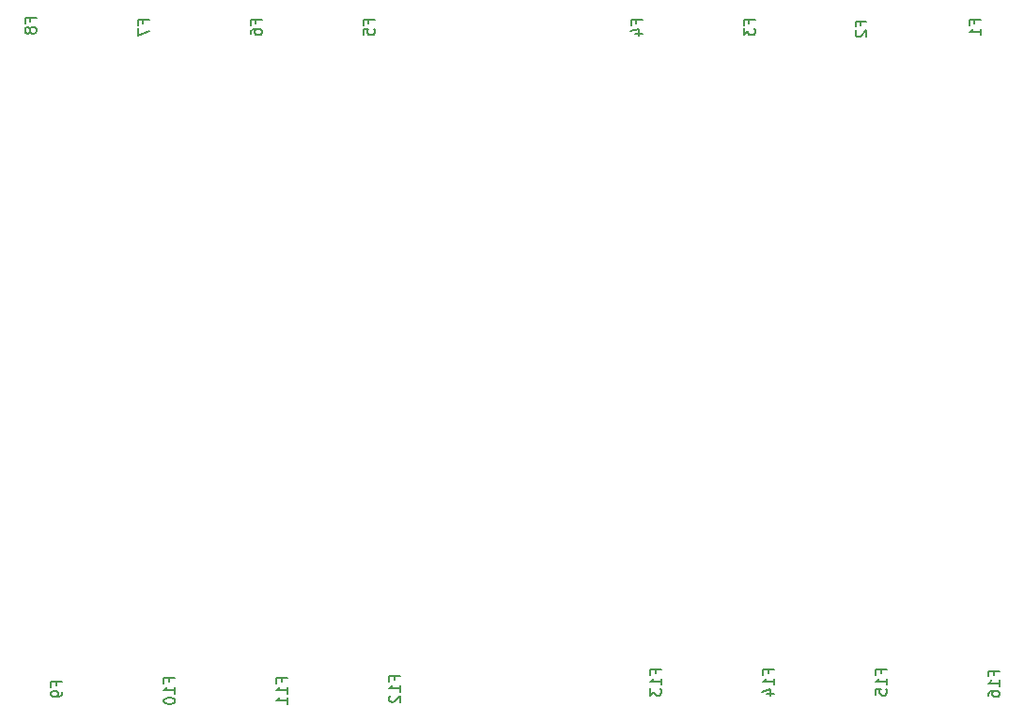
<source format=gbr>
%TF.GenerationSoftware,KiCad,Pcbnew,8.0.5*%
%TF.CreationDate,2024-10-15T20:37:23+02:00*%
%TF.ProjectId,LED_16x24V_REG4_VERSION_B,4c45445f-3136-4783-9234-565f52454734,rev?*%
%TF.SameCoordinates,Original*%
%TF.FileFunction,Legend,Bot*%
%TF.FilePolarity,Positive*%
%FSLAX46Y46*%
G04 Gerber Fmt 4.6, Leading zero omitted, Abs format (unit mm)*
G04 Created by KiCad (PCBNEW 8.0.5) date 2024-10-15 20:37:23*
%MOMM*%
%LPD*%
G01*
G04 APERTURE LIST*
%ADD10C,0.150000*%
G04 APERTURE END LIST*
D10*
X124291009Y-130150476D02*
X124291009Y-129817143D01*
X124814819Y-129817143D02*
X123814819Y-129817143D01*
X123814819Y-129817143D02*
X123814819Y-130293333D01*
X124814819Y-131198095D02*
X124814819Y-130626667D01*
X124814819Y-130912381D02*
X123814819Y-130912381D01*
X123814819Y-130912381D02*
X123957676Y-130817143D01*
X123957676Y-130817143D02*
X124052914Y-130721905D01*
X124052914Y-130721905D02*
X124100533Y-130626667D01*
X124814819Y-132150476D02*
X124814819Y-131579048D01*
X124814819Y-131864762D02*
X123814819Y-131864762D01*
X123814819Y-131864762D02*
X123957676Y-131769524D01*
X123957676Y-131769524D02*
X124052914Y-131674286D01*
X124052914Y-131674286D02*
X124100533Y-131579048D01*
X178266009Y-129365476D02*
X178266009Y-129032143D01*
X178789819Y-129032143D02*
X177789819Y-129032143D01*
X177789819Y-129032143D02*
X177789819Y-129508333D01*
X178789819Y-130413095D02*
X178789819Y-129841667D01*
X178789819Y-130127381D02*
X177789819Y-130127381D01*
X177789819Y-130127381D02*
X177932676Y-130032143D01*
X177932676Y-130032143D02*
X178027914Y-129936905D01*
X178027914Y-129936905D02*
X178075533Y-129841667D01*
X177789819Y-131317857D02*
X177789819Y-130841667D01*
X177789819Y-130841667D02*
X178266009Y-130794048D01*
X178266009Y-130794048D02*
X178218390Y-130841667D01*
X178218390Y-130841667D02*
X178170771Y-130936905D01*
X178170771Y-130936905D02*
X178170771Y-131175000D01*
X178170771Y-131175000D02*
X178218390Y-131270238D01*
X178218390Y-131270238D02*
X178266009Y-131317857D01*
X178266009Y-131317857D02*
X178361247Y-131365476D01*
X178361247Y-131365476D02*
X178599342Y-131365476D01*
X178599342Y-131365476D02*
X178694580Y-131317857D01*
X178694580Y-131317857D02*
X178742200Y-131270238D01*
X178742200Y-131270238D02*
X178789819Y-131175000D01*
X178789819Y-131175000D02*
X178789819Y-130936905D01*
X178789819Y-130936905D02*
X178742200Y-130841667D01*
X178742200Y-130841667D02*
X178694580Y-130794048D01*
X186721009Y-70786666D02*
X186721009Y-70453333D01*
X187244819Y-70453333D02*
X186244819Y-70453333D01*
X186244819Y-70453333D02*
X186244819Y-70929523D01*
X187244819Y-71834285D02*
X187244819Y-71262857D01*
X187244819Y-71548571D02*
X186244819Y-71548571D01*
X186244819Y-71548571D02*
X186387676Y-71453333D01*
X186387676Y-71453333D02*
X186482914Y-71358095D01*
X186482914Y-71358095D02*
X186530533Y-71262857D01*
X168106009Y-129365476D02*
X168106009Y-129032143D01*
X168629819Y-129032143D02*
X167629819Y-129032143D01*
X167629819Y-129032143D02*
X167629819Y-129508333D01*
X168629819Y-130413095D02*
X168629819Y-129841667D01*
X168629819Y-130127381D02*
X167629819Y-130127381D01*
X167629819Y-130127381D02*
X167772676Y-130032143D01*
X167772676Y-130032143D02*
X167867914Y-129936905D01*
X167867914Y-129936905D02*
X167915533Y-129841667D01*
X167963152Y-131270238D02*
X168629819Y-131270238D01*
X167582200Y-131032143D02*
X168296485Y-130794048D01*
X168296485Y-130794048D02*
X168296485Y-131413095D01*
X103971009Y-130476666D02*
X103971009Y-130143333D01*
X104494819Y-130143333D02*
X103494819Y-130143333D01*
X103494819Y-130143333D02*
X103494819Y-130619523D01*
X104494819Y-131048095D02*
X104494819Y-131238571D01*
X104494819Y-131238571D02*
X104447200Y-131333809D01*
X104447200Y-131333809D02*
X104399580Y-131381428D01*
X104399580Y-131381428D02*
X104256723Y-131476666D01*
X104256723Y-131476666D02*
X104066247Y-131524285D01*
X104066247Y-131524285D02*
X103685295Y-131524285D01*
X103685295Y-131524285D02*
X103590057Y-131476666D01*
X103590057Y-131476666D02*
X103542438Y-131429047D01*
X103542438Y-131429047D02*
X103494819Y-131333809D01*
X103494819Y-131333809D02*
X103494819Y-131143333D01*
X103494819Y-131143333D02*
X103542438Y-131048095D01*
X103542438Y-131048095D02*
X103590057Y-131000476D01*
X103590057Y-131000476D02*
X103685295Y-130952857D01*
X103685295Y-130952857D02*
X103923390Y-130952857D01*
X103923390Y-130952857D02*
X104018628Y-131000476D01*
X104018628Y-131000476D02*
X104066247Y-131048095D01*
X104066247Y-131048095D02*
X104113866Y-131143333D01*
X104113866Y-131143333D02*
X104113866Y-131333809D01*
X104113866Y-131333809D02*
X104066247Y-131429047D01*
X104066247Y-131429047D02*
X104018628Y-131476666D01*
X104018628Y-131476666D02*
X103923390Y-131524285D01*
X101631009Y-70636666D02*
X101631009Y-70303333D01*
X102154819Y-70303333D02*
X101154819Y-70303333D01*
X101154819Y-70303333D02*
X101154819Y-70779523D01*
X101583390Y-71303333D02*
X101535771Y-71208095D01*
X101535771Y-71208095D02*
X101488152Y-71160476D01*
X101488152Y-71160476D02*
X101392914Y-71112857D01*
X101392914Y-71112857D02*
X101345295Y-71112857D01*
X101345295Y-71112857D02*
X101250057Y-71160476D01*
X101250057Y-71160476D02*
X101202438Y-71208095D01*
X101202438Y-71208095D02*
X101154819Y-71303333D01*
X101154819Y-71303333D02*
X101154819Y-71493809D01*
X101154819Y-71493809D02*
X101202438Y-71589047D01*
X101202438Y-71589047D02*
X101250057Y-71636666D01*
X101250057Y-71636666D02*
X101345295Y-71684285D01*
X101345295Y-71684285D02*
X101392914Y-71684285D01*
X101392914Y-71684285D02*
X101488152Y-71636666D01*
X101488152Y-71636666D02*
X101535771Y-71589047D01*
X101535771Y-71589047D02*
X101583390Y-71493809D01*
X101583390Y-71493809D02*
X101583390Y-71303333D01*
X101583390Y-71303333D02*
X101631009Y-71208095D01*
X101631009Y-71208095D02*
X101678628Y-71160476D01*
X101678628Y-71160476D02*
X101773866Y-71112857D01*
X101773866Y-71112857D02*
X101964342Y-71112857D01*
X101964342Y-71112857D02*
X102059580Y-71160476D01*
X102059580Y-71160476D02*
X102107200Y-71208095D01*
X102107200Y-71208095D02*
X102154819Y-71303333D01*
X102154819Y-71303333D02*
X102154819Y-71493809D01*
X102154819Y-71493809D02*
X102107200Y-71589047D01*
X102107200Y-71589047D02*
X102059580Y-71636666D01*
X102059580Y-71636666D02*
X101964342Y-71684285D01*
X101964342Y-71684285D02*
X101773866Y-71684285D01*
X101773866Y-71684285D02*
X101678628Y-71636666D01*
X101678628Y-71636666D02*
X101631009Y-71589047D01*
X101631009Y-71589047D02*
X101583390Y-71493809D01*
X166401009Y-70786666D02*
X166401009Y-70453333D01*
X166924819Y-70453333D02*
X165924819Y-70453333D01*
X165924819Y-70453333D02*
X165924819Y-70929523D01*
X165924819Y-71215238D02*
X165924819Y-71834285D01*
X165924819Y-71834285D02*
X166305771Y-71500952D01*
X166305771Y-71500952D02*
X166305771Y-71643809D01*
X166305771Y-71643809D02*
X166353390Y-71739047D01*
X166353390Y-71739047D02*
X166401009Y-71786666D01*
X166401009Y-71786666D02*
X166496247Y-71834285D01*
X166496247Y-71834285D02*
X166734342Y-71834285D01*
X166734342Y-71834285D02*
X166829580Y-71786666D01*
X166829580Y-71786666D02*
X166877200Y-71739047D01*
X166877200Y-71739047D02*
X166924819Y-71643809D01*
X166924819Y-71643809D02*
X166924819Y-71358095D01*
X166924819Y-71358095D02*
X166877200Y-71262857D01*
X166877200Y-71262857D02*
X166829580Y-71215238D01*
X114131009Y-130150476D02*
X114131009Y-129817143D01*
X114654819Y-129817143D02*
X113654819Y-129817143D01*
X113654819Y-129817143D02*
X113654819Y-130293333D01*
X114654819Y-131198095D02*
X114654819Y-130626667D01*
X114654819Y-130912381D02*
X113654819Y-130912381D01*
X113654819Y-130912381D02*
X113797676Y-130817143D01*
X113797676Y-130817143D02*
X113892914Y-130721905D01*
X113892914Y-130721905D02*
X113940533Y-130626667D01*
X113654819Y-131817143D02*
X113654819Y-131912381D01*
X113654819Y-131912381D02*
X113702438Y-132007619D01*
X113702438Y-132007619D02*
X113750057Y-132055238D01*
X113750057Y-132055238D02*
X113845295Y-132102857D01*
X113845295Y-132102857D02*
X114035771Y-132150476D01*
X114035771Y-132150476D02*
X114273866Y-132150476D01*
X114273866Y-132150476D02*
X114464342Y-132102857D01*
X114464342Y-132102857D02*
X114559580Y-132055238D01*
X114559580Y-132055238D02*
X114607200Y-132007619D01*
X114607200Y-132007619D02*
X114654819Y-131912381D01*
X114654819Y-131912381D02*
X114654819Y-131817143D01*
X114654819Y-131817143D02*
X114607200Y-131721905D01*
X114607200Y-131721905D02*
X114559580Y-131674286D01*
X114559580Y-131674286D02*
X114464342Y-131626667D01*
X114464342Y-131626667D02*
X114273866Y-131579048D01*
X114273866Y-131579048D02*
X114035771Y-131579048D01*
X114035771Y-131579048D02*
X113845295Y-131626667D01*
X113845295Y-131626667D02*
X113750057Y-131674286D01*
X113750057Y-131674286D02*
X113702438Y-131721905D01*
X113702438Y-131721905D02*
X113654819Y-131817143D01*
X156241009Y-70786666D02*
X156241009Y-70453333D01*
X156764819Y-70453333D02*
X155764819Y-70453333D01*
X155764819Y-70453333D02*
X155764819Y-70929523D01*
X156098152Y-71739047D02*
X156764819Y-71739047D01*
X155717200Y-71500952D02*
X156431485Y-71262857D01*
X156431485Y-71262857D02*
X156431485Y-71881904D01*
X176461009Y-70936666D02*
X176461009Y-70603333D01*
X176984819Y-70603333D02*
X175984819Y-70603333D01*
X175984819Y-70603333D02*
X175984819Y-71079523D01*
X176080057Y-71412857D02*
X176032438Y-71460476D01*
X176032438Y-71460476D02*
X175984819Y-71555714D01*
X175984819Y-71555714D02*
X175984819Y-71793809D01*
X175984819Y-71793809D02*
X176032438Y-71889047D01*
X176032438Y-71889047D02*
X176080057Y-71936666D01*
X176080057Y-71936666D02*
X176175295Y-71984285D01*
X176175295Y-71984285D02*
X176270533Y-71984285D01*
X176270533Y-71984285D02*
X176413390Y-71936666D01*
X176413390Y-71936666D02*
X176984819Y-71365238D01*
X176984819Y-71365238D02*
X176984819Y-71984285D01*
X157946009Y-129365476D02*
X157946009Y-129032143D01*
X158469819Y-129032143D02*
X157469819Y-129032143D01*
X157469819Y-129032143D02*
X157469819Y-129508333D01*
X158469819Y-130413095D02*
X158469819Y-129841667D01*
X158469819Y-130127381D02*
X157469819Y-130127381D01*
X157469819Y-130127381D02*
X157612676Y-130032143D01*
X157612676Y-130032143D02*
X157707914Y-129936905D01*
X157707914Y-129936905D02*
X157755533Y-129841667D01*
X157469819Y-130746429D02*
X157469819Y-131365476D01*
X157469819Y-131365476D02*
X157850771Y-131032143D01*
X157850771Y-131032143D02*
X157850771Y-131175000D01*
X157850771Y-131175000D02*
X157898390Y-131270238D01*
X157898390Y-131270238D02*
X157946009Y-131317857D01*
X157946009Y-131317857D02*
X158041247Y-131365476D01*
X158041247Y-131365476D02*
X158279342Y-131365476D01*
X158279342Y-131365476D02*
X158374580Y-131317857D01*
X158374580Y-131317857D02*
X158422200Y-131270238D01*
X158422200Y-131270238D02*
X158469819Y-131175000D01*
X158469819Y-131175000D02*
X158469819Y-130889286D01*
X158469819Y-130889286D02*
X158422200Y-130794048D01*
X158422200Y-130794048D02*
X158374580Y-130746429D01*
X188426009Y-129515476D02*
X188426009Y-129182143D01*
X188949819Y-129182143D02*
X187949819Y-129182143D01*
X187949819Y-129182143D02*
X187949819Y-129658333D01*
X188949819Y-130563095D02*
X188949819Y-129991667D01*
X188949819Y-130277381D02*
X187949819Y-130277381D01*
X187949819Y-130277381D02*
X188092676Y-130182143D01*
X188092676Y-130182143D02*
X188187914Y-130086905D01*
X188187914Y-130086905D02*
X188235533Y-129991667D01*
X187949819Y-131420238D02*
X187949819Y-131229762D01*
X187949819Y-131229762D02*
X187997438Y-131134524D01*
X187997438Y-131134524D02*
X188045057Y-131086905D01*
X188045057Y-131086905D02*
X188187914Y-130991667D01*
X188187914Y-130991667D02*
X188378390Y-130944048D01*
X188378390Y-130944048D02*
X188759342Y-130944048D01*
X188759342Y-130944048D02*
X188854580Y-130991667D01*
X188854580Y-130991667D02*
X188902200Y-131039286D01*
X188902200Y-131039286D02*
X188949819Y-131134524D01*
X188949819Y-131134524D02*
X188949819Y-131325000D01*
X188949819Y-131325000D02*
X188902200Y-131420238D01*
X188902200Y-131420238D02*
X188854580Y-131467857D01*
X188854580Y-131467857D02*
X188759342Y-131515476D01*
X188759342Y-131515476D02*
X188521247Y-131515476D01*
X188521247Y-131515476D02*
X188426009Y-131467857D01*
X188426009Y-131467857D02*
X188378390Y-131420238D01*
X188378390Y-131420238D02*
X188330771Y-131325000D01*
X188330771Y-131325000D02*
X188330771Y-131134524D01*
X188330771Y-131134524D02*
X188378390Y-131039286D01*
X188378390Y-131039286D02*
X188426009Y-130991667D01*
X188426009Y-130991667D02*
X188521247Y-130944048D01*
X111791009Y-70786666D02*
X111791009Y-70453333D01*
X112314819Y-70453333D02*
X111314819Y-70453333D01*
X111314819Y-70453333D02*
X111314819Y-70929523D01*
X111314819Y-71215238D02*
X111314819Y-71881904D01*
X111314819Y-71881904D02*
X112314819Y-71453333D01*
X132111009Y-70786666D02*
X132111009Y-70453333D01*
X132634819Y-70453333D02*
X131634819Y-70453333D01*
X131634819Y-70453333D02*
X131634819Y-70929523D01*
X131634819Y-71786666D02*
X131634819Y-71310476D01*
X131634819Y-71310476D02*
X132111009Y-71262857D01*
X132111009Y-71262857D02*
X132063390Y-71310476D01*
X132063390Y-71310476D02*
X132015771Y-71405714D01*
X132015771Y-71405714D02*
X132015771Y-71643809D01*
X132015771Y-71643809D02*
X132063390Y-71739047D01*
X132063390Y-71739047D02*
X132111009Y-71786666D01*
X132111009Y-71786666D02*
X132206247Y-71834285D01*
X132206247Y-71834285D02*
X132444342Y-71834285D01*
X132444342Y-71834285D02*
X132539580Y-71786666D01*
X132539580Y-71786666D02*
X132587200Y-71739047D01*
X132587200Y-71739047D02*
X132634819Y-71643809D01*
X132634819Y-71643809D02*
X132634819Y-71405714D01*
X132634819Y-71405714D02*
X132587200Y-71310476D01*
X132587200Y-71310476D02*
X132539580Y-71262857D01*
X134451009Y-130000476D02*
X134451009Y-129667143D01*
X134974819Y-129667143D02*
X133974819Y-129667143D01*
X133974819Y-129667143D02*
X133974819Y-130143333D01*
X134974819Y-131048095D02*
X134974819Y-130476667D01*
X134974819Y-130762381D02*
X133974819Y-130762381D01*
X133974819Y-130762381D02*
X134117676Y-130667143D01*
X134117676Y-130667143D02*
X134212914Y-130571905D01*
X134212914Y-130571905D02*
X134260533Y-130476667D01*
X134070057Y-131429048D02*
X134022438Y-131476667D01*
X134022438Y-131476667D02*
X133974819Y-131571905D01*
X133974819Y-131571905D02*
X133974819Y-131810000D01*
X133974819Y-131810000D02*
X134022438Y-131905238D01*
X134022438Y-131905238D02*
X134070057Y-131952857D01*
X134070057Y-131952857D02*
X134165295Y-132000476D01*
X134165295Y-132000476D02*
X134260533Y-132000476D01*
X134260533Y-132000476D02*
X134403390Y-131952857D01*
X134403390Y-131952857D02*
X134974819Y-131381429D01*
X134974819Y-131381429D02*
X134974819Y-132000476D01*
X121951009Y-70786666D02*
X121951009Y-70453333D01*
X122474819Y-70453333D02*
X121474819Y-70453333D01*
X121474819Y-70453333D02*
X121474819Y-70929523D01*
X121474819Y-71739047D02*
X121474819Y-71548571D01*
X121474819Y-71548571D02*
X121522438Y-71453333D01*
X121522438Y-71453333D02*
X121570057Y-71405714D01*
X121570057Y-71405714D02*
X121712914Y-71310476D01*
X121712914Y-71310476D02*
X121903390Y-71262857D01*
X121903390Y-71262857D02*
X122284342Y-71262857D01*
X122284342Y-71262857D02*
X122379580Y-71310476D01*
X122379580Y-71310476D02*
X122427200Y-71358095D01*
X122427200Y-71358095D02*
X122474819Y-71453333D01*
X122474819Y-71453333D02*
X122474819Y-71643809D01*
X122474819Y-71643809D02*
X122427200Y-71739047D01*
X122427200Y-71739047D02*
X122379580Y-71786666D01*
X122379580Y-71786666D02*
X122284342Y-71834285D01*
X122284342Y-71834285D02*
X122046247Y-71834285D01*
X122046247Y-71834285D02*
X121951009Y-71786666D01*
X121951009Y-71786666D02*
X121903390Y-71739047D01*
X121903390Y-71739047D02*
X121855771Y-71643809D01*
X121855771Y-71643809D02*
X121855771Y-71453333D01*
X121855771Y-71453333D02*
X121903390Y-71358095D01*
X121903390Y-71358095D02*
X121951009Y-71310476D01*
X121951009Y-71310476D02*
X122046247Y-71262857D01*
M02*

</source>
